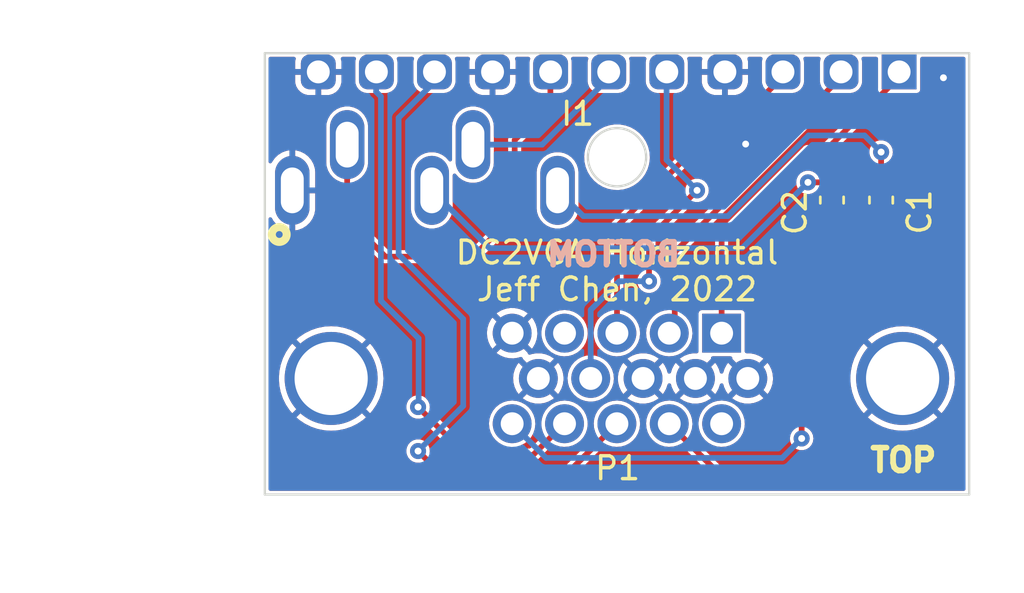
<source format=kicad_pcb>
(kicad_pcb (version 20211014) (generator pcbnew)
  (title_block (rev "1"))
  (layers (0 "F.Cu" signal "Front") (31 "B.Cu" signal "Back") (34 "B.Paste" user) (35 "F.Paste" user) (36 "B.SilkS" user "B.Silkscreen") (37 "F.SilkS" user "F.Silkscreen") (38 "B.Mask" user) (39 "F.Mask" user) (44 "Edge.Cuts" user))
  (net 0 "")
  (net 1 "/Audio_L_From_Jack")
  (net 2 "/Audio_L_To_VGA")
  (net 3 "/Audio_R_From_Jack")
  (net 4 "/Audio_R_To_VGA")
  (net 5 "/Red")
  (net 6 "/Green")
  (net 7 "/Blue")
  (net 8 "/HSync")
  (net 9 "/VSync")
  (net 10 "/Audio_R_To_Jack")
  (net 11 "/Audio_L_To_Jack")
  (net 12 "GND")
  (net 13 "/+5V")
  (footprint "DC2VGA:VGA_female_rightangle_slim" (layer "F.Cu") (at 129.65 109.575)
    (fp_text reference "P1" (at 12.525 3.925) (layer "F.SilkS"))
    (fp_text value "VGA")
    (pad "1" thru_hole rect (at 17.075 -1.98 180) (size 1.7 1.7) (drill 1) (layers *.Cu *.Mask) (net 5 "/Red"))
    (pad "2" thru_hole circle (at 14.785 -1.98 180) (size 1.7 1.7) (drill 1) (layers *.Cu *.Mask) (net 6 "/Green"))
    (pad "3" thru_hole circle (at 12.495 -1.98 180) (size 1.7 1.7) (drill 1) (layers *.Cu *.Mask) (net 7 "/Blue"))
    (pad "4" thru_hole circle (at 10.205 -1.98 180) (size 1.7 1.7) (drill 1) (layers *.Cu *.Mask))
    (pad "5" thru_hole circle (at 7.915 -1.98 180) (size 1.7 1.7) (drill 1) (layers *.Cu *.Mask) (net 12 "GND"))
    (pad "6" thru_hole circle (at 18.22 0 180) (size 1.7 1.7) (drill 1) (layers *.Cu *.Mask) (net 12 "GND"))
    (pad "7" thru_hole circle (at 15.93 0 180) (size 1.7 1.7) (drill 1) (layers *.Cu *.Mask) (net 12 "GND"))
    (pad "8" thru_hole circle (at 13.64 0 180) (size 1.7 1.7) (drill 1) (layers *.Cu *.Mask) (net 12 "GND"))
    (pad "9" thru_hole circle (at 11.35 0 180) (size 1.7 1.7) (drill 1) (layers *.Cu *.Mask) (net 13 "/+5V"))
    (pad "10" thru_hole circle (at 9.06 0 180) (size 1.7 1.7) (drill 1) (layers *.Cu *.Mask) (net 12 "GND"))
    (pad "11" thru_hole circle (at 17.075 1.98 180) (size 1.7 1.7) (drill 1) (layers *.Cu *.Mask))
    (pad "12" thru_hole circle (at 14.785 1.98 180) (size 1.7 1.7) (drill 1) (layers *.Cu *.Mask) (net 2 "/Audio_L_To_VGA"))
    (pad "13" thru_hole circle (at 12.495 1.98 180) (size 1.7 1.7) (drill 1) (layers *.Cu *.Mask) (net 8 "/HSync"))
    (pad "14" thru_hole circle (at 10.205 1.98 180) (size 1.7 1.7) (drill 1) (layers *.Cu *.Mask) (net 9 "/VSync"))
    (pad "15" thru_hole circle (at 7.915 1.98 180) (size 1.7 1.7) (drill 1) (layers *.Cu *.Mask) (net 4 "/Audio_R_To_VGA"))
    (pad "S1" thru_hole circle (at 0 0) (size 4.066 4.066) (drill 3.2) (layers *.Cu *.Mask) (net 12 "GND"))
    (pad "S2" thru_hole circle (at 24.99 0) (size 4.066 4.066) (drill 3.2) (layers *.Cu *.Mask) (net 12 "GND"))
  )
  (footprint "DC2VGA:3.5mm_vertical" (layer "F.Cu") (at 127.95 101.35)
    (fp_text reference "J1")
    (fp_text value "3.5mm_vertical")
    (fp_circle (center -0.57 1.93) (end -0.42 1.93) (layer "F.SilkS") (width 0.35) (fill none))
    (pad "1" thru_hole oval (at 0 0) (size 1.508 3.016) (drill oval 1 2) (layers *.Cu *.Mask) (net 12 "GND"))
    (pad "2" thru_hole oval (at 2.4 -2) (size 1.508 3.016) (drill oval 1 2) (layers *.Cu *.Mask) (net 11 "/Audio_L_To_Jack"))
    (pad "3" thru_hole oval (at 7.9 -2) (size 1.508 3.016) (drill oval 1 2) (layers *.Cu *.Mask) (net 10 "/Audio_R_To_Jack"))
    (pad "4" thru_hole oval (at 11.6 0) (size 1.508 3.016) (drill oval 1 2) (layers *.Cu *.Mask) (net 1 "/Audio_L_From_Jack"))
    (pad "5" thru_hole oval (at 6.1 0) (size 1.508 3.016) (drill oval 1 2) (layers *.Cu *.Mask) (net 3 "/Audio_R_From_Jack"))
  )
  (footprint "DC2VGA:DC_Interconnect_Horizontal" (layer "F.Cu") (at 129.077181 95.348903)
    (fp_text reference "I1" (at 11.347819 2.651097 unlocked) (layer "F.SilkS"))
    (fp_text value "DC2VGA_Interconnect")
    (pad "1" thru_hole rect (at 25.41 0.82) (size 1.524 1.524) (drill 1) (layers *.Cu *.Mask) (net 5 "/Red"))
    (pad "2" thru_hole roundrect (at 22.87 0.82) (size 1.524 1.524) (drill 1) (layers *.Cu *.Mask) (net 6 "/Green"))
    (pad "3" thru_hole roundrect (at 20.33 0.82) (size 1.524 1.524) (drill 1) (layers *.Cu *.Mask) (net 7 "/Blue"))
    (pad "4" thru_hole roundrect (at 5.09 0.82) (size 1.524 1.524) (drill 1) (layers *.Cu *.Mask) (net 8 "/HSync"))
    (pad "5" thru_hole roundrect (at 2.55 0.82) (size 1.524 1.524) (drill 1) (layers *.Cu *.Mask) (net 9 "/VSync"))
    (pad "6" thru_hole roundrect (at 12.71 0.82) (size 1.524 1.524) (drill 1) (layers *.Cu *.Mask) (net 10 "/Audio_R_To_Jack"))
    (pad "7" thru_hole roundrect (at 10.17 0.82) (size 1.524 1.524) (drill 1) (layers *.Cu *.Mask) (net 11 "/Audio_L_To_Jack"))
    (pad "8" thru_hole roundrect (at 0.01 0.82) (size 1.524 1.524) (drill 1) (layers *.Cu *.Mask) (net 12 "GND"))
    (pad "8" thru_hole roundrect (at 7.63 0.82) (size 1.524 1.524) (drill 1) (layers *.Cu *.Mask) (net 12 "GND"))
    (pad "8" thru_hole roundrect (at 17.79 0.82) (size 1.524 1.524) (drill 1) (layers *.Cu *.Mask) (net 12 "GND"))
    (pad "9" thru_hole roundrect (at 15.25 0.82) (size 1.524 1.524) (drill 1) (layers *.Cu *.Mask) (net 13 "/+5V"))
  )
  (footprint "DC2VGA:C_0603_1608Metric" (layer "F.Cu") (at 153.7 101.775 -90)
    (fp_text reference "C1" (at 0.525 -1.675 90) (layer "F.SilkS"))
    (fp_text value "10uF")
    (fp_line (start -0.14058 -0.51) (end 0.14058 -0.51) (layer "F.SilkS") (width 0.12))
    (fp_line (start -0.14058 0.51) (end 0.14058 0.51) (layer "F.SilkS") (width 0.12))
    (pad "1" smd roundrect (at -0.775 0 270) (size 0.9 0.95) (layers "F.Cu" "F.Paste" "F.Mask") (net 1 "/Audio_L_From_Jack"))
    (pad "2" smd roundrect (at 0.775 0 270) (size 0.9 0.95) (layers "F.Cu" "F.Paste" "F.Mask") (net 2 "/Audio_L_To_VGA"))
  )
  (footprint "DC2VGA:C_0603_1608Metric" (layer "F.Cu") (at 151.55 101.775 -90)
    (fp_text reference "C2" (at 0.55 1.625 90) (layer "F.SilkS"))
    (fp_text value "10uF")
    (fp_line (start -0.14058 0.51) (end 0.14058 0.51) (layer "F.SilkS") (width 0.12))
    (fp_line (start -0.14058 -0.51) (end 0.14058 -0.51) (layer "F.SilkS") (width 0.12))
    (pad "1" smd roundrect (at -0.775 0 270) (size 0.9 0.95) (layers "F.Cu" "F.Paste" "F.Mask") (net 3 "/Audio_R_From_Jack"))
    (pad "2" smd roundrect (at 0.775 0 270) (size 0.9 0.95) (layers "F.Cu" "F.Paste" "F.Mask") (net 4 "/Audio_R_To_VGA"))
  )
  (gr_circle (center 142.15 99.9) (end 143.05 99) (layer "Edge.Cuts") (width 0.1) (fill none))
  (gr_line (start 157.55 95.35) (end 157.55 114.65) (layer "Edge.Cuts") (width 0.1))
  (gr_line (start 126.75 114.65) (end 126.75 95.35) (layer "Edge.Cuts") (width 0.1))
  (gr_line (start 157.55 114.65) (end 126.75 114.65) (layer "Edge.Cuts") (width 0.1))
  (gr_line (start 126.75 95.35) (end 157.55 95.35) (layer "Edge.Cuts") (width 0.1))
  (gr_text "BOTTOM" (at 142 104.15) (layer "B.SilkS") (effects (font (size 1 1) (thickness 0.25)) (justify mirror)))
  (gr_text "DC2VGA Horizontal\nJeff Chen, 2022" (at 142.15 104.875) (layer "F.SilkS") (effects (font (size 1 1))))
  (gr_text "TOP" (at 154.675 113.15) (layer "F.SilkS") (effects (font (size 1 1) (thickness 0.25))))
  (segment (start 153.7 99.675) (end 153.7 101) (width 0.25) (layer "F.Cu") (net 1))
  (via (at 153.7 99.675) (size 0.7) (drill 0.3) (layers "F.Cu" "B.Cu") (net 1))
  (segment (start 147 102.475) (end 150.525 98.95) (width 0.25) (layer "B.Cu") (net 1))
  (segment (start 152.975 98.95) (end 153.7 99.675) (width 0.25) (layer "B.Cu") (net 1))
  (segment (start 140.675 102.475) (end 147 102.475) (width 0.25) (layer "B.Cu") (net 1))
  (segment (start 139.55 101.35) (end 140.675 102.475) (width 0.25) (layer "B.Cu") (net 1))
  (segment (start 150.525 98.95) (end 152.975 98.95) (width 0.25) (layer "B.Cu") (net 1))
  (segment (start 146.8 113.925) (end 144.425 111.55) (width 0.25) (layer "F.Cu") (net 2))
  (segment (start 151.75 112.775) (end 150.6 113.925) (width 0.25) (layer "F.Cu") (net 2))
  (segment (start 151.75 104.5) (end 151.75 112.775) (width 0.25) (layer "F.Cu") (net 2))
  (segment (start 153.7 102.55) (end 151.75 104.5) (width 0.25) (layer "F.Cu") (net 2))
  (segment (start 150.6 113.925) (end 146.8 113.925) (width 0.25) (layer "F.Cu") (net 2))
  (segment (start 151.475 101) (end 151.5 100.975) (width 0.25) (layer "F.Cu") (net 3))
  (segment (start 150.5 101) (end 151.475 101) (width 0.25) (layer "F.Cu") (net 3))
  (via (at 150.5 101) (size 0.7) (drill 0.3) (layers "F.Cu" "B.Cu") (net 3))
  (segment (start 147.625 103.875) (end 136.575 103.875) (width 0.25) (layer "B.Cu") (net 3))
  (segment (start 136.575 103.875) (end 134.05 101.35) (width 0.25) (layer "B.Cu") (net 3))
  (segment (start 150.5 101) (end 147.625 103.875) (width 0.25) (layer "B.Cu") (net 3))
  (segment (start 150.225 103.875) (end 151.55 102.55) (width 0.25) (layer "F.Cu") (net 4))
  (segment (start 150.225 112.2) (end 150.225 103.875) (width 0.25) (layer "F.Cu") (net 4))
  (via (at 150.225 112.2) (size 0.7) (drill 0.3) (layers "F.Cu" "B.Cu") (net 4))
  (segment (start 139.05 113.05) (end 137.55 111.55) (width 0.25) (layer "B.Cu") (net 4))
  (segment (start 149.375 113.05) (end 139.05 113.05) (width 0.25) (layer "B.Cu") (net 4))
  (segment (start 150.225 112.2) (end 149.375 113.05) (width 0.25) (layer "B.Cu") (net 4))
  (segment (start 150.5 99.65) (end 146.725 103.425) (width 0.25) (layer "F.Cu") (net 5))
  (segment (start 151.225 99.65) (end 150.5 99.65) (width 0.25) (layer "F.Cu") (net 5))
  (segment (start 146.725 103.425) (end 146.725 107.6) (width 0.25) (layer "F.Cu") (net 5))
  (segment (start 154.477181 96.388903) (end 154.477181 96.397819) (width 0.25) (layer "F.Cu") (net 5))
  (segment (start 154.477181 96.397819) (end 151.225 99.65) (width 0.25) (layer "F.Cu") (net 5))
  (segment (start 151.937181 96.388903) (end 151.937181 96.412819) (width 0.25) (layer "F.Cu") (net 6))
  (segment (start 144.675 107.35) (end 144.425 107.6) (width 0.25) (layer "F.Cu") (net 6))
  (segment (start 150.825 97.525) (end 150.825 97.9) (width 0.25) (layer "F.Cu") (net 6))
  (segment (start 144.675 104.05) (end 144.675 107.35) (width 0.25) (layer "F.Cu") (net 6))
  (segment (start 151.937181 96.412819) (end 150.825 97.525) (width 0.25) (layer "F.Cu") (net 6))
  (segment (start 150.825 97.9) (end 144.675 104.05) (width 0.25) (layer "F.Cu") (net 6))
  (segment (start 149.397181 96.388903) (end 149.386097 96.388903) (width 0.25) (layer "F.Cu") (net 7))
  (segment (start 146.675 98.4) (end 142.15 102.925) (width 0.25) (layer "F.Cu") (net 7))
  (segment (start 149.386097 96.388903) (end 147.375 98.4) (width 0.25) (layer "F.Cu") (net 7))
  (segment (start 147.375 98.4) (end 146.675 98.4) (width 0.25) (layer "F.Cu") (net 7))
  (segment (start 142.15 102.925) (end 142.15 107.6) (width 0.25) (layer "F.Cu") (net 7))
  (segment (start 139.975 113.725) (end 142.15 111.55) (width 0.25) (layer "F.Cu") (net 8))
  (segment (start 134.425 113.725) (end 139.975 113.725) (width 0.25) (layer "F.Cu") (net 8))
  (segment (start 133.45 112.75) (end 134.425 113.725) (width 0.25) (layer "F.Cu") (net 8))
  (via (at 133.45 112.75) (size 0.7) (drill 0.3) (layers "F.Cu" "B.Cu") (net 8))
  (segment (start 132.6 98.175) (end 134.157181 96.617819) (width 0.25) (layer "B.Cu") (net 8))
  (segment (start 135.425 106.975) (end 132.6 104.15) (width 0.25) (layer "B.Cu") (net 8))
  (segment (start 133.45 112.75) (end 135.425 110.775) (width 0.25) (layer "B.Cu") (net 8))
  (segment (start 132.6 104.15) (end 132.6 98.175) (width 0.25) (layer "B.Cu") (net 8))
  (segment (start 134.157181 96.617819) (end 134.157181 96.388903) (width 0.25) (layer "B.Cu") (net 8))
  (segment (start 135.425 110.775) (end 135.425 106.975) (width 0.25) (layer "B.Cu") (net 8))
  (segment (start 135.55 112.925) (end 138.475 112.925) (width 0.25) (layer "F.Cu") (net 9))
  (segment (start 138.475 112.925) (end 139.85 111.55) (width 0.25) (layer "F.Cu") (net 9))
  (segment (start 133.45 110.825) (end 135.55 112.925) (width 0.25) (layer "F.Cu") (net 9))
  (via (at 133.45 110.825) (size 0.7) (drill 0.3) (layers "F.Cu" "B.Cu") (net 9))
  (segment (start 131.825 97.25) (end 131.617181 97.042181) (width 0.25) (layer "B.Cu") (net 9))
  (segment (start 131.617181 97.042181) (end 131.617181 96.388903) (width 0.25) (layer "B.Cu") (net 9))
  (segment (start 133.475 107.825) (end 131.825 106.175) (width 0.25) (layer "B.Cu") (net 9))
  (segment (start 133.45 110.825) (end 133.475 110.8) (width 0.25) (layer "B.Cu") (net 9))
  (segment (start 133.475 110.8) (end 133.475 107.825) (width 0.25) (layer "B.Cu") (net 9))
  (segment (start 131.825 106.175) (end 131.825 97.25) (width 0.25) (layer "B.Cu") (net 9))
  (segment (start 141.777181 96.388903) (end 141.777181 96.447819) (width 0.25) (layer "B.Cu") (net 10))
  (segment (start 138.875 99.35) (end 135.85 99.35) (width 0.25) (layer "B.Cu") (net 10))
  (segment (start 141.777181 96.447819) (end 138.875 99.35) (width 0.25) (layer "B.Cu") (net 10))
  (segment (start 130.35 102.575) (end 130.35 99.35) (width 0.25) (layer "F.Cu") (net 11))
  (segment (start 137.675 102.425) (end 135.85 104.25) (width 0.25) (layer "F.Cu") (net 11))
  (segment (start 139.237181 97.587819) (end 137.675 99.15) (width 0.25) (layer "F.Cu") (net 11))
  (segment (start 139.237181 96.388903) (end 139.237181 97.587819) (width 0.25) (layer "F.Cu") (net 11))
  (segment (start 132.025 104.25) (end 130.35 102.575) (width 0.25) (layer "F.Cu") (net 11))
  (segment (start 135.85 104.25) (end 132.025 104.25) (width 0.25) (layer "F.Cu") (net 11))
  (segment (start 137.675 99.15) (end 137.675 102.425) (width 0.25) (layer "F.Cu") (net 11))
  (via (at 156.425 96.425) (size 0.7) (drill 0.3) (layers "F.Cu" "B.Cu") (net 12))
  (via (at 147.775 99.325) (size 0.7) (drill 0.3) (layers "F.Cu" "B.Cu") (net 12))
  (segment (start 143.55 103.45) (end 145.65 101.35) (width 0.25) (layer "F.Cu") (net 13))
  (segment (start 143.55 103.45) (end 143.55 105.325) (width 0.25) (layer "F.Cu") (net 13))
  (via (at 145.65 101.35) (size 0.7) (drill 0.3) (layers "F.Cu" "B.Cu") (net 13))
  (via (at 143.55 105.325) (size 0.7) (drill 0.3) (layers "F.Cu" "B.Cu") (net 13))
  (segment (start 144.317181 96.388903) (end 144.317181 100.017181) (width 0.25) (layer "B.Cu") (net 13))
  (segment (start 142.25 105.325) (end 141 106.575) (width 0.25) (layer "B.Cu") (net 13))
  (segment (start 141 106.575) (end 141 109.575) (width 0.25) (layer "B.Cu") (net 13))
  (segment (start 144.317181 100.017181) (end 145.65 101.35) (width 0.25) (layer "B.Cu") (net 13))
  (segment (start 143.55 105.325) (end 142.25 105.325) (width 0.25) (layer "B.Cu") (net 13))
  (zone (net 12) (net_name "GND") (layers F&B.Cu) (connect_pads (clearance 0.16)) (min_thickness 0.16) (fill yes (thermal_gap 0.25) (thermal_bridge_width 0.25))
    (polygon (pts (xy 159.95 117.15) (xy 124.075 117.15) (xy 124.075 93.025) (xy 159.95 93.025)))
  )
)
</source>
